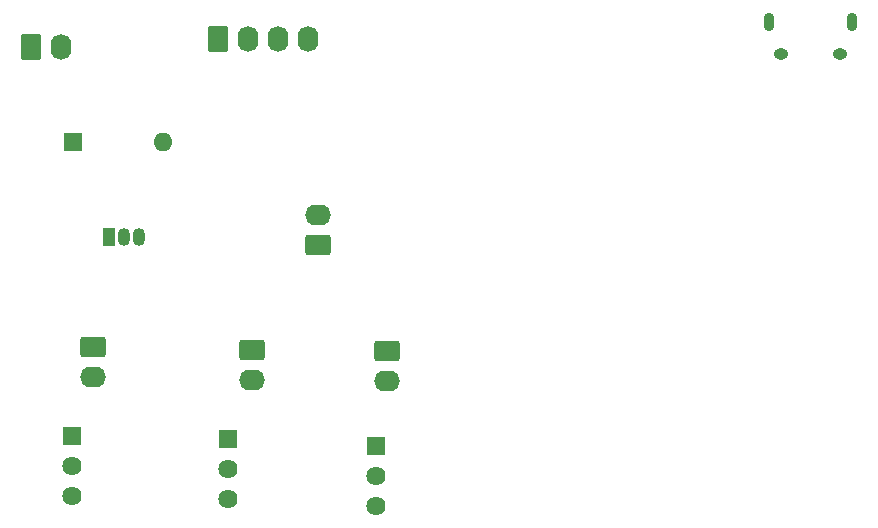
<source format=gbr>
%TF.GenerationSoftware,KiCad,Pcbnew,7.0.10*%
%TF.CreationDate,2024-03-26T16:58:00-05:00*%
%TF.ProjectId,shematic for power and light system,7368656d-6174-4696-9320-666f7220706f,rev?*%
%TF.SameCoordinates,Original*%
%TF.FileFunction,Soldermask,Bot*%
%TF.FilePolarity,Negative*%
%FSLAX46Y46*%
G04 Gerber Fmt 4.6, Leading zero omitted, Abs format (unit mm)*
G04 Created by KiCad (PCBNEW 7.0.10) date 2024-03-26 16:58:00*
%MOMM*%
%LPD*%
G01*
G04 APERTURE LIST*
G04 Aperture macros list*
%AMRoundRect*
0 Rectangle with rounded corners*
0 $1 Rounding radius*
0 $2 $3 $4 $5 $6 $7 $8 $9 X,Y pos of 4 corners*
0 Add a 4 corners polygon primitive as box body*
4,1,4,$2,$3,$4,$5,$6,$7,$8,$9,$2,$3,0*
0 Add four circle primitives for the rounded corners*
1,1,$1+$1,$2,$3*
1,1,$1+$1,$4,$5*
1,1,$1+$1,$6,$7*
1,1,$1+$1,$8,$9*
0 Add four rect primitives between the rounded corners*
20,1,$1+$1,$2,$3,$4,$5,0*
20,1,$1+$1,$4,$5,$6,$7,0*
20,1,$1+$1,$6,$7,$8,$9,0*
20,1,$1+$1,$8,$9,$2,$3,0*%
G04 Aperture macros list end*
%ADD10RoundRect,0.250000X0.845000X-0.620000X0.845000X0.620000X-0.845000X0.620000X-0.845000X-0.620000X0*%
%ADD11O,2.190000X1.740000*%
%ADD12O,0.890000X1.550000*%
%ADD13O,1.250000X0.950000*%
%ADD14RoundRect,0.250000X-0.845000X0.620000X-0.845000X-0.620000X0.845000X-0.620000X0.845000X0.620000X0*%
%ADD15R,1.625600X1.625600*%
%ADD16C,1.625600*%
%ADD17R,1.070000X1.500000*%
%ADD18O,1.070000X1.500000*%
%ADD19R,1.600000X1.600000*%
%ADD20O,1.600000X1.600000*%
%ADD21RoundRect,0.250000X-0.620000X-0.845000X0.620000X-0.845000X0.620000X0.845000X-0.620000X0.845000X0*%
%ADD22O,1.740000X2.190000*%
G04 APERTURE END LIST*
D10*
%TO.C,BlueTooth1*%
X142615398Y-100277915D03*
D11*
X142615398Y-97737915D03*
%TD*%
D12*
%TO.C,J1*%
X187829553Y-81403458D03*
D13*
X186829553Y-84103458D03*
X181829553Y-84103458D03*
D12*
X180829553Y-81403458D03*
%TD*%
D14*
%TO.C,LED2*%
X137014557Y-109228516D03*
D11*
X137014557Y-111768516D03*
%TD*%
D15*
%TO.C,Q4*%
X134990157Y-116761054D03*
D16*
X134990157Y-119301054D03*
X134990157Y-121841054D03*
%TD*%
D15*
%TO.C,Q1*%
X121797815Y-116457394D03*
D16*
X121797815Y-118997394D03*
X121797815Y-121537394D03*
%TD*%
D17*
%TO.C,U2*%
X124959876Y-99619985D03*
D18*
X126229876Y-99619985D03*
X127499876Y-99619985D03*
%TD*%
D14*
%TO.C,LED3*%
X148452419Y-109286497D03*
D11*
X148452419Y-111826497D03*
%TD*%
D19*
%TO.C,SW1*%
X121904276Y-91572994D03*
D20*
X129524276Y-91572994D03*
%TD*%
D21*
%TO.C,+12V1*%
X118339464Y-83526003D03*
D22*
X120879464Y-83526003D03*
%TD*%
D15*
%TO.C,Q5*%
X147501475Y-117303843D03*
D16*
X147501475Y-119843843D03*
X147501475Y-122383843D03*
%TD*%
D14*
%TO.C,LED1*%
X123586035Y-108958596D03*
D11*
X123586035Y-111498596D03*
%TD*%
D21*
%TO.C,Buck_Converter1*%
X134180397Y-82868073D03*
D22*
X136720397Y-82868073D03*
X139260397Y-82868073D03*
X141800397Y-82868073D03*
%TD*%
M02*

</source>
